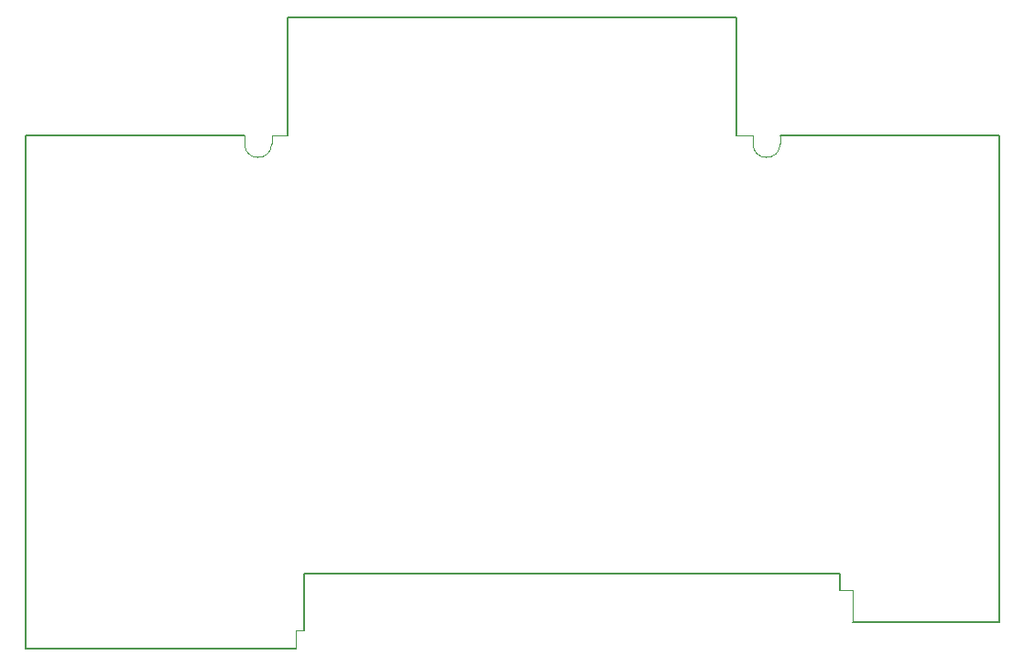
<source format=gm1>
G04 #@! TF.GenerationSoftware,KiCad,Pcbnew,(5.1.8)-1*
G04 #@! TF.CreationDate,2021-05-03T11:31:43+02:00*
G04 #@! TF.ProjectId,sensactHsIO4,73656e73-6163-4744-9873-494f342e6b69,rev?*
G04 #@! TF.SameCoordinates,Original*
G04 #@! TF.FileFunction,Profile,NP*
%FSLAX46Y46*%
G04 Gerber Fmt 4.6, Leading zero omitted, Abs format (unit mm)*
G04 Created by KiCad (PCBNEW (5.1.8)-1) date 2021-05-03 11:31:44*
%MOMM*%
%LPD*%
G01*
G04 APERTURE LIST*
G04 #@! TA.AperFunction,Profile*
%ADD10C,0.050000*%
G04 #@! TD*
G04 #@! TA.AperFunction,Profile*
%ADD11C,0.200000*%
G04 #@! TD*
G04 APERTURE END LIST*
D10*
X172250000Y-107750000D02*
X170749999Y-107750000D01*
X129250000Y-107750000D02*
X127750000Y-107750000D01*
X127750000Y-108500000D02*
G75*
G02*
X125250000Y-108500000I-1250000J0D01*
G01*
X127750000Y-107750000D02*
X127750000Y-108500000D01*
X125250000Y-107750000D02*
X125250000Y-108500000D01*
X174750000Y-108500000D02*
G75*
G02*
X172250000Y-108500000I-1250000J0D01*
G01*
X174750000Y-107750000D02*
X174750000Y-108500000D01*
X172250000Y-107750000D02*
X172250000Y-108500000D01*
X181500000Y-149750000D02*
X181500000Y-152750000D01*
X180304268Y-149750000D02*
X181500000Y-149750000D01*
X130000000Y-153500000D02*
X130000000Y-155250000D01*
X130750000Y-153500000D02*
X130000000Y-153500000D01*
D11*
X130750000Y-148250000D02*
X130750000Y-153500000D01*
X150000000Y-148250001D02*
X130750000Y-148250000D01*
X167499999Y-148249998D02*
X150000000Y-148250001D01*
X180304269Y-148250003D02*
X167499999Y-148249998D01*
X180304268Y-149750000D02*
X180304269Y-148250003D01*
X195000000Y-152750000D02*
X181500000Y-152750000D01*
X174750000Y-107750000D02*
X195000000Y-107750000D01*
X170749999Y-96750000D02*
X170749999Y-107750000D01*
X129250000Y-96750001D02*
X170749999Y-96750000D01*
X129250000Y-107750000D02*
X129250000Y-96750001D01*
X105000000Y-107750001D02*
X125250000Y-107750000D01*
X130000000Y-155250000D02*
X105000001Y-155250000D01*
X195000000Y-107750000D02*
X195000000Y-152750000D01*
X105000001Y-155250000D02*
X105000000Y-107750000D01*
M02*

</source>
